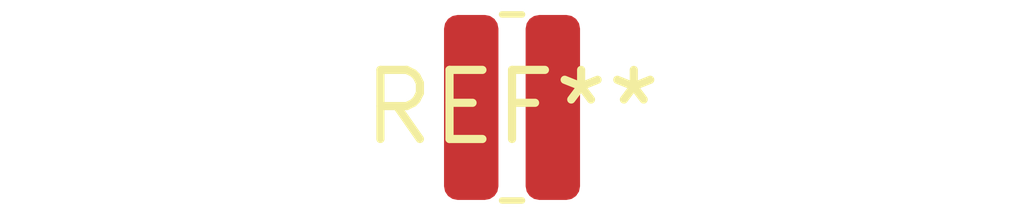
<source format=kicad_pcb>
(kicad_pcb (version 20240108) (generator pcbnew)
  (layers (0 "F.Cu" signal) (31 "B.Cu" signal) (34 "B.Paste" user) (35 "F.Paste" user) (36 "B.SilkS" user "B.Silkscreen") (37 "F.SilkS" user "F.Silkscreen") (38 "B.Mask" user) (39 "F.Mask" user) (44 "Edge.Cuts" user))
  (net 0 "")
  (footprint "R_0612_1632Metric" (layer "F.Cu") (at 0 0)
    (property "Reference" "REF**")
    (property "Value" "R_0612_1632Metric")
    (fp_line (start -0.182983 -1.71) (end 0.182983 -1.71) (layer "F.SilkS") (stroke (width 0.12)))
    (fp_line (start -0.182983 1.71) (end 0.182983 1.71) (layer "F.SilkS") (stroke (width 0.12)))
    (pad "1" smd roundrect (at -0.75 0) (size 1 3.4) (layers "F.Cu" "F.Paste" "F.Mask"))
    (pad "2" smd roundrect (at 0.75 0) (size 1 3.4) (layers "F.Cu" "F.Paste" "F.Mask"))
  )
)
</source>
